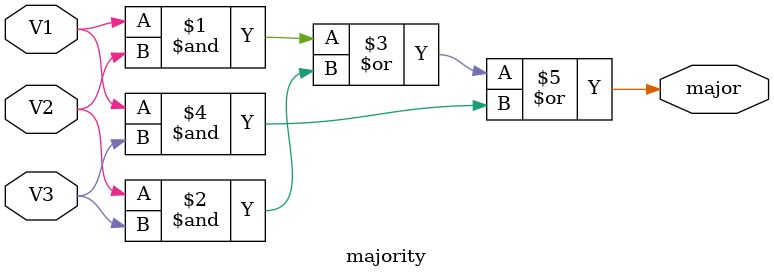
<source format=v>
module majority (major, V1, V2, V3) ;
    output major ;
    input V1, V2, V3 ;
    assign major = V1 & V2 | V2 & V3 | V1 & V3;
endmodule
</source>
